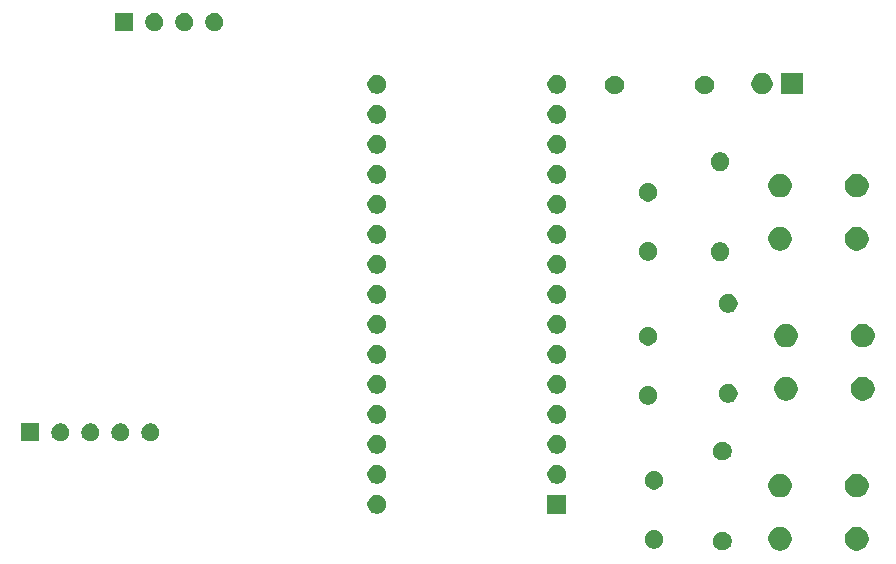
<source format=gts>
G04 #@! TF.GenerationSoftware,KiCad,Pcbnew,9.0.6*
G04 #@! TF.CreationDate,2025-12-25T14:29:32+05:30*
G04 #@! TF.ProjectId,new_first_pcb,6e65775f-6669-4727-9374-5f7063622e6b,rev?*
G04 #@! TF.SameCoordinates,Original*
G04 #@! TF.FileFunction,Soldermask,Top*
G04 #@! TF.FilePolarity,Negative*
%FSLAX46Y46*%
G04 Gerber Fmt 4.6, Leading zero omitted, Abs format (unit mm)*
G04 Created by KiCad (PCBNEW 9.0.6) date 2025-12-25 14:29:32*
%MOMM*%
%LPD*%
G01*
G04 APERTURE LIST*
G04 APERTURE END LIST*
G36*
X152182285Y-125971060D02*
G01*
X152363397Y-126046079D01*
X152526393Y-126154990D01*
X152665010Y-126293607D01*
X152773921Y-126456603D01*
X152848940Y-126637715D01*
X152887185Y-126829983D01*
X152887185Y-127026017D01*
X152848940Y-127218285D01*
X152773921Y-127399397D01*
X152665010Y-127562393D01*
X152526393Y-127701010D01*
X152363397Y-127809921D01*
X152182285Y-127884940D01*
X151990017Y-127923185D01*
X151793983Y-127923185D01*
X151601715Y-127884940D01*
X151420603Y-127809921D01*
X151257607Y-127701010D01*
X151118990Y-127562393D01*
X151010079Y-127399397D01*
X150935060Y-127218285D01*
X150896815Y-127026017D01*
X150896815Y-126829983D01*
X150935060Y-126637715D01*
X151010079Y-126456603D01*
X151118990Y-126293607D01*
X151257607Y-126154990D01*
X151420603Y-126046079D01*
X151601715Y-125971060D01*
X151793983Y-125932815D01*
X151990017Y-125932815D01*
X152182285Y-125971060D01*
G37*
G36*
X158682285Y-125971060D02*
G01*
X158863397Y-126046079D01*
X159026393Y-126154990D01*
X159165010Y-126293607D01*
X159273921Y-126456603D01*
X159348940Y-126637715D01*
X159387185Y-126829983D01*
X159387185Y-127026017D01*
X159348940Y-127218285D01*
X159273921Y-127399397D01*
X159165010Y-127562393D01*
X159026393Y-127701010D01*
X158863397Y-127809921D01*
X158682285Y-127884940D01*
X158490017Y-127923185D01*
X158293983Y-127923185D01*
X158101715Y-127884940D01*
X157920603Y-127809921D01*
X157757607Y-127701010D01*
X157618990Y-127562393D01*
X157510079Y-127399397D01*
X157435060Y-127218285D01*
X157396815Y-127026017D01*
X157396815Y-126829983D01*
X157435060Y-126637715D01*
X157510079Y-126456603D01*
X157618990Y-126293607D01*
X157757607Y-126154990D01*
X157920603Y-126046079D01*
X158101715Y-125971060D01*
X158293983Y-125932815D01*
X158490017Y-125932815D01*
X158682285Y-125971060D01*
G37*
G36*
X147232228Y-126354448D02*
G01*
X147377117Y-126414463D01*
X147507515Y-126501592D01*
X147618408Y-126612485D01*
X147705537Y-126742883D01*
X147765552Y-126887772D01*
X147796148Y-127041586D01*
X147796148Y-127198414D01*
X147765552Y-127352228D01*
X147705537Y-127497117D01*
X147618408Y-127627515D01*
X147507515Y-127738408D01*
X147377117Y-127825537D01*
X147232228Y-127885552D01*
X147078414Y-127916148D01*
X146921586Y-127916148D01*
X146767772Y-127885552D01*
X146622883Y-127825537D01*
X146492485Y-127738408D01*
X146381592Y-127627515D01*
X146294463Y-127497117D01*
X146234448Y-127352228D01*
X146203852Y-127198414D01*
X146203852Y-127041586D01*
X146234448Y-126887772D01*
X146294463Y-126742883D01*
X146381592Y-126612485D01*
X146492485Y-126501592D01*
X146622883Y-126414463D01*
X146767772Y-126354448D01*
X146921586Y-126323852D01*
X147078414Y-126323852D01*
X147232228Y-126354448D01*
G37*
G36*
X141456228Y-126194448D02*
G01*
X141601117Y-126254463D01*
X141731515Y-126341592D01*
X141842408Y-126452485D01*
X141929537Y-126582883D01*
X141989552Y-126727772D01*
X142020148Y-126881586D01*
X142020148Y-127038414D01*
X141989552Y-127192228D01*
X141929537Y-127337117D01*
X141842408Y-127467515D01*
X141731515Y-127578408D01*
X141601117Y-127665537D01*
X141456228Y-127725552D01*
X141302414Y-127756148D01*
X141145586Y-127756148D01*
X140991772Y-127725552D01*
X140846883Y-127665537D01*
X140716485Y-127578408D01*
X140605592Y-127467515D01*
X140518463Y-127337117D01*
X140458448Y-127192228D01*
X140427852Y-127038414D01*
X140427852Y-126881586D01*
X140458448Y-126727772D01*
X140518463Y-126582883D01*
X140605592Y-126452485D01*
X140716485Y-126341592D01*
X140846883Y-126254463D01*
X140991772Y-126194448D01*
X141145586Y-126163852D01*
X141302414Y-126163852D01*
X141456228Y-126194448D01*
G37*
G36*
X133800000Y-124800000D02*
G01*
X132200000Y-124800000D01*
X132200000Y-123200000D01*
X133800000Y-123200000D01*
X133800000Y-124800000D01*
G37*
G36*
X117992228Y-123234448D02*
G01*
X118137117Y-123294463D01*
X118267515Y-123381592D01*
X118378408Y-123492485D01*
X118465537Y-123622883D01*
X118525552Y-123767772D01*
X118556148Y-123921586D01*
X118556148Y-124078414D01*
X118525552Y-124232228D01*
X118465537Y-124377117D01*
X118378408Y-124507515D01*
X118267515Y-124618408D01*
X118137117Y-124705537D01*
X117992228Y-124765552D01*
X117838414Y-124796148D01*
X117681586Y-124796148D01*
X117527772Y-124765552D01*
X117382883Y-124705537D01*
X117252485Y-124618408D01*
X117141592Y-124507515D01*
X117054463Y-124377117D01*
X116994448Y-124232228D01*
X116963852Y-124078414D01*
X116963852Y-123921586D01*
X116994448Y-123767772D01*
X117054463Y-123622883D01*
X117141592Y-123492485D01*
X117252485Y-123381592D01*
X117382883Y-123294463D01*
X117527772Y-123234448D01*
X117681586Y-123203852D01*
X117838414Y-123203852D01*
X117992228Y-123234448D01*
G37*
G36*
X152182285Y-121471060D02*
G01*
X152363397Y-121546079D01*
X152526393Y-121654990D01*
X152665010Y-121793607D01*
X152773921Y-121956603D01*
X152848940Y-122137715D01*
X152887185Y-122329983D01*
X152887185Y-122526017D01*
X152848940Y-122718285D01*
X152773921Y-122899397D01*
X152665010Y-123062393D01*
X152526393Y-123201010D01*
X152363397Y-123309921D01*
X152182285Y-123384940D01*
X151990017Y-123423185D01*
X151793983Y-123423185D01*
X151601715Y-123384940D01*
X151420603Y-123309921D01*
X151257607Y-123201010D01*
X151118990Y-123062393D01*
X151010079Y-122899397D01*
X150935060Y-122718285D01*
X150896815Y-122526017D01*
X150896815Y-122329983D01*
X150935060Y-122137715D01*
X151010079Y-121956603D01*
X151118990Y-121793607D01*
X151257607Y-121654990D01*
X151420603Y-121546079D01*
X151601715Y-121471060D01*
X151793983Y-121432815D01*
X151990017Y-121432815D01*
X152182285Y-121471060D01*
G37*
G36*
X158682285Y-121471060D02*
G01*
X158863397Y-121546079D01*
X159026393Y-121654990D01*
X159165010Y-121793607D01*
X159273921Y-121956603D01*
X159348940Y-122137715D01*
X159387185Y-122329983D01*
X159387185Y-122526017D01*
X159348940Y-122718285D01*
X159273921Y-122899397D01*
X159165010Y-123062393D01*
X159026393Y-123201010D01*
X158863397Y-123309921D01*
X158682285Y-123384940D01*
X158490017Y-123423185D01*
X158293983Y-123423185D01*
X158101715Y-123384940D01*
X157920603Y-123309921D01*
X157757607Y-123201010D01*
X157618990Y-123062393D01*
X157510079Y-122899397D01*
X157435060Y-122718285D01*
X157396815Y-122526017D01*
X157396815Y-122329983D01*
X157435060Y-122137715D01*
X157510079Y-121956603D01*
X157618990Y-121793607D01*
X157757607Y-121654990D01*
X157920603Y-121546079D01*
X158101715Y-121471060D01*
X158293983Y-121432815D01*
X158490017Y-121432815D01*
X158682285Y-121471060D01*
G37*
G36*
X141456228Y-121194448D02*
G01*
X141601117Y-121254463D01*
X141731515Y-121341592D01*
X141842408Y-121452485D01*
X141929537Y-121582883D01*
X141989552Y-121727772D01*
X142020148Y-121881586D01*
X142020148Y-122038414D01*
X141989552Y-122192228D01*
X141929537Y-122337117D01*
X141842408Y-122467515D01*
X141731515Y-122578408D01*
X141601117Y-122665537D01*
X141456228Y-122725552D01*
X141302414Y-122756148D01*
X141145586Y-122756148D01*
X140991772Y-122725552D01*
X140846883Y-122665537D01*
X140716485Y-122578408D01*
X140605592Y-122467515D01*
X140518463Y-122337117D01*
X140458448Y-122192228D01*
X140427852Y-122038414D01*
X140427852Y-121881586D01*
X140458448Y-121727772D01*
X140518463Y-121582883D01*
X140605592Y-121452485D01*
X140716485Y-121341592D01*
X140846883Y-121254463D01*
X140991772Y-121194448D01*
X141145586Y-121163852D01*
X141302414Y-121163852D01*
X141456228Y-121194448D01*
G37*
G36*
X117992228Y-120694448D02*
G01*
X118137117Y-120754463D01*
X118267515Y-120841592D01*
X118378408Y-120952485D01*
X118465537Y-121082883D01*
X118525552Y-121227772D01*
X118556148Y-121381586D01*
X118556148Y-121538414D01*
X118525552Y-121692228D01*
X118465537Y-121837117D01*
X118378408Y-121967515D01*
X118267515Y-122078408D01*
X118137117Y-122165537D01*
X117992228Y-122225552D01*
X117838414Y-122256148D01*
X117681586Y-122256148D01*
X117527772Y-122225552D01*
X117382883Y-122165537D01*
X117252485Y-122078408D01*
X117141592Y-121967515D01*
X117054463Y-121837117D01*
X116994448Y-121692228D01*
X116963852Y-121538414D01*
X116963852Y-121381586D01*
X116994448Y-121227772D01*
X117054463Y-121082883D01*
X117141592Y-120952485D01*
X117252485Y-120841592D01*
X117382883Y-120754463D01*
X117527772Y-120694448D01*
X117681586Y-120663852D01*
X117838414Y-120663852D01*
X117992228Y-120694448D01*
G37*
G36*
X133232228Y-120694448D02*
G01*
X133377117Y-120754463D01*
X133507515Y-120841592D01*
X133618408Y-120952485D01*
X133705537Y-121082883D01*
X133765552Y-121227772D01*
X133796148Y-121381586D01*
X133796148Y-121538414D01*
X133765552Y-121692228D01*
X133705537Y-121837117D01*
X133618408Y-121967515D01*
X133507515Y-122078408D01*
X133377117Y-122165537D01*
X133232228Y-122225552D01*
X133078414Y-122256148D01*
X132921586Y-122256148D01*
X132767772Y-122225552D01*
X132622883Y-122165537D01*
X132492485Y-122078408D01*
X132381592Y-121967515D01*
X132294463Y-121837117D01*
X132234448Y-121692228D01*
X132203852Y-121538414D01*
X132203852Y-121381586D01*
X132234448Y-121227772D01*
X132294463Y-121082883D01*
X132381592Y-120952485D01*
X132492485Y-120841592D01*
X132622883Y-120754463D01*
X132767772Y-120694448D01*
X132921586Y-120663852D01*
X133078414Y-120663852D01*
X133232228Y-120694448D01*
G37*
G36*
X147232228Y-118734448D02*
G01*
X147377117Y-118794463D01*
X147507515Y-118881592D01*
X147618408Y-118992485D01*
X147705537Y-119122883D01*
X147765552Y-119267772D01*
X147796148Y-119421586D01*
X147796148Y-119578414D01*
X147765552Y-119732228D01*
X147705537Y-119877117D01*
X147618408Y-120007515D01*
X147507515Y-120118408D01*
X147377117Y-120205537D01*
X147232228Y-120265552D01*
X147078414Y-120296148D01*
X146921586Y-120296148D01*
X146767772Y-120265552D01*
X146622883Y-120205537D01*
X146492485Y-120118408D01*
X146381592Y-120007515D01*
X146294463Y-119877117D01*
X146234448Y-119732228D01*
X146203852Y-119578414D01*
X146203852Y-119421586D01*
X146234448Y-119267772D01*
X146294463Y-119122883D01*
X146381592Y-118992485D01*
X146492485Y-118881592D01*
X146622883Y-118794463D01*
X146767772Y-118734448D01*
X146921586Y-118703852D01*
X147078414Y-118703852D01*
X147232228Y-118734448D01*
G37*
G36*
X117992228Y-118154448D02*
G01*
X118137117Y-118214463D01*
X118267515Y-118301592D01*
X118378408Y-118412485D01*
X118465537Y-118542883D01*
X118525552Y-118687772D01*
X118556148Y-118841586D01*
X118556148Y-118998414D01*
X118525552Y-119152228D01*
X118465537Y-119297117D01*
X118378408Y-119427515D01*
X118267515Y-119538408D01*
X118137117Y-119625537D01*
X117992228Y-119685552D01*
X117838414Y-119716148D01*
X117681586Y-119716148D01*
X117527772Y-119685552D01*
X117382883Y-119625537D01*
X117252485Y-119538408D01*
X117141592Y-119427515D01*
X117054463Y-119297117D01*
X116994448Y-119152228D01*
X116963852Y-118998414D01*
X116963852Y-118841586D01*
X116994448Y-118687772D01*
X117054463Y-118542883D01*
X117141592Y-118412485D01*
X117252485Y-118301592D01*
X117382883Y-118214463D01*
X117527772Y-118154448D01*
X117681586Y-118123852D01*
X117838414Y-118123852D01*
X117992228Y-118154448D01*
G37*
G36*
X133232228Y-118154448D02*
G01*
X133377117Y-118214463D01*
X133507515Y-118301592D01*
X133618408Y-118412485D01*
X133705537Y-118542883D01*
X133765552Y-118687772D01*
X133796148Y-118841586D01*
X133796148Y-118998414D01*
X133765552Y-119152228D01*
X133705537Y-119297117D01*
X133618408Y-119427515D01*
X133507515Y-119538408D01*
X133377117Y-119625537D01*
X133232228Y-119685552D01*
X133078414Y-119716148D01*
X132921586Y-119716148D01*
X132767772Y-119685552D01*
X132622883Y-119625537D01*
X132492485Y-119538408D01*
X132381592Y-119427515D01*
X132294463Y-119297117D01*
X132234448Y-119152228D01*
X132203852Y-118998414D01*
X132203852Y-118841586D01*
X132234448Y-118687772D01*
X132294463Y-118542883D01*
X132381592Y-118412485D01*
X132492485Y-118301592D01*
X132622883Y-118214463D01*
X132767772Y-118154448D01*
X132921586Y-118123852D01*
X133078414Y-118123852D01*
X133232228Y-118154448D01*
G37*
G36*
X89182000Y-118682000D02*
G01*
X87658000Y-118682000D01*
X87658000Y-117158000D01*
X89182000Y-117158000D01*
X89182000Y-118682000D01*
G37*
G36*
X91181197Y-117190811D02*
G01*
X91319204Y-117247976D01*
X91443408Y-117330966D01*
X91549034Y-117436592D01*
X91632024Y-117560796D01*
X91689189Y-117698803D01*
X91718331Y-117845311D01*
X91718331Y-117994689D01*
X91689189Y-118141197D01*
X91632024Y-118279204D01*
X91549034Y-118403408D01*
X91443408Y-118509034D01*
X91319204Y-118592024D01*
X91181197Y-118649189D01*
X91034689Y-118678331D01*
X90885311Y-118678331D01*
X90738803Y-118649189D01*
X90600796Y-118592024D01*
X90476592Y-118509034D01*
X90370966Y-118403408D01*
X90287976Y-118279204D01*
X90230811Y-118141197D01*
X90201669Y-117994689D01*
X90201669Y-117845311D01*
X90230811Y-117698803D01*
X90287976Y-117560796D01*
X90370966Y-117436592D01*
X90476592Y-117330966D01*
X90600796Y-117247976D01*
X90738803Y-117190811D01*
X90885311Y-117161669D01*
X91034689Y-117161669D01*
X91181197Y-117190811D01*
G37*
G36*
X93721197Y-117190811D02*
G01*
X93859204Y-117247976D01*
X93983408Y-117330966D01*
X94089034Y-117436592D01*
X94172024Y-117560796D01*
X94229189Y-117698803D01*
X94258331Y-117845311D01*
X94258331Y-117994689D01*
X94229189Y-118141197D01*
X94172024Y-118279204D01*
X94089034Y-118403408D01*
X93983408Y-118509034D01*
X93859204Y-118592024D01*
X93721197Y-118649189D01*
X93574689Y-118678331D01*
X93425311Y-118678331D01*
X93278803Y-118649189D01*
X93140796Y-118592024D01*
X93016592Y-118509034D01*
X92910966Y-118403408D01*
X92827976Y-118279204D01*
X92770811Y-118141197D01*
X92741669Y-117994689D01*
X92741669Y-117845311D01*
X92770811Y-117698803D01*
X92827976Y-117560796D01*
X92910966Y-117436592D01*
X93016592Y-117330966D01*
X93140796Y-117247976D01*
X93278803Y-117190811D01*
X93425311Y-117161669D01*
X93574689Y-117161669D01*
X93721197Y-117190811D01*
G37*
G36*
X96261197Y-117190811D02*
G01*
X96399204Y-117247976D01*
X96523408Y-117330966D01*
X96629034Y-117436592D01*
X96712024Y-117560796D01*
X96769189Y-117698803D01*
X96798331Y-117845311D01*
X96798331Y-117994689D01*
X96769189Y-118141197D01*
X96712024Y-118279204D01*
X96629034Y-118403408D01*
X96523408Y-118509034D01*
X96399204Y-118592024D01*
X96261197Y-118649189D01*
X96114689Y-118678331D01*
X95965311Y-118678331D01*
X95818803Y-118649189D01*
X95680796Y-118592024D01*
X95556592Y-118509034D01*
X95450966Y-118403408D01*
X95367976Y-118279204D01*
X95310811Y-118141197D01*
X95281669Y-117994689D01*
X95281669Y-117845311D01*
X95310811Y-117698803D01*
X95367976Y-117560796D01*
X95450966Y-117436592D01*
X95556592Y-117330966D01*
X95680796Y-117247976D01*
X95818803Y-117190811D01*
X95965311Y-117161669D01*
X96114689Y-117161669D01*
X96261197Y-117190811D01*
G37*
G36*
X98801197Y-117190811D02*
G01*
X98939204Y-117247976D01*
X99063408Y-117330966D01*
X99169034Y-117436592D01*
X99252024Y-117560796D01*
X99309189Y-117698803D01*
X99338331Y-117845311D01*
X99338331Y-117994689D01*
X99309189Y-118141197D01*
X99252024Y-118279204D01*
X99169034Y-118403408D01*
X99063408Y-118509034D01*
X98939204Y-118592024D01*
X98801197Y-118649189D01*
X98654689Y-118678331D01*
X98505311Y-118678331D01*
X98358803Y-118649189D01*
X98220796Y-118592024D01*
X98096592Y-118509034D01*
X97990966Y-118403408D01*
X97907976Y-118279204D01*
X97850811Y-118141197D01*
X97821669Y-117994689D01*
X97821669Y-117845311D01*
X97850811Y-117698803D01*
X97907976Y-117560796D01*
X97990966Y-117436592D01*
X98096592Y-117330966D01*
X98220796Y-117247976D01*
X98358803Y-117190811D01*
X98505311Y-117161669D01*
X98654689Y-117161669D01*
X98801197Y-117190811D01*
G37*
G36*
X117992228Y-115614448D02*
G01*
X118137117Y-115674463D01*
X118267515Y-115761592D01*
X118378408Y-115872485D01*
X118465537Y-116002883D01*
X118525552Y-116147772D01*
X118556148Y-116301586D01*
X118556148Y-116458414D01*
X118525552Y-116612228D01*
X118465537Y-116757117D01*
X118378408Y-116887515D01*
X118267515Y-116998408D01*
X118137117Y-117085537D01*
X117992228Y-117145552D01*
X117838414Y-117176148D01*
X117681586Y-117176148D01*
X117527772Y-117145552D01*
X117382883Y-117085537D01*
X117252485Y-116998408D01*
X117141592Y-116887515D01*
X117054463Y-116757117D01*
X116994448Y-116612228D01*
X116963852Y-116458414D01*
X116963852Y-116301586D01*
X116994448Y-116147772D01*
X117054463Y-116002883D01*
X117141592Y-115872485D01*
X117252485Y-115761592D01*
X117382883Y-115674463D01*
X117527772Y-115614448D01*
X117681586Y-115583852D01*
X117838414Y-115583852D01*
X117992228Y-115614448D01*
G37*
G36*
X133232228Y-115614448D02*
G01*
X133377117Y-115674463D01*
X133507515Y-115761592D01*
X133618408Y-115872485D01*
X133705537Y-116002883D01*
X133765552Y-116147772D01*
X133796148Y-116301586D01*
X133796148Y-116458414D01*
X133765552Y-116612228D01*
X133705537Y-116757117D01*
X133618408Y-116887515D01*
X133507515Y-116998408D01*
X133377117Y-117085537D01*
X133232228Y-117145552D01*
X133078414Y-117176148D01*
X132921586Y-117176148D01*
X132767772Y-117145552D01*
X132622883Y-117085537D01*
X132492485Y-116998408D01*
X132381592Y-116887515D01*
X132294463Y-116757117D01*
X132234448Y-116612228D01*
X132203852Y-116458414D01*
X132203852Y-116301586D01*
X132234448Y-116147772D01*
X132294463Y-116002883D01*
X132381592Y-115872485D01*
X132492485Y-115761592D01*
X132622883Y-115674463D01*
X132767772Y-115614448D01*
X132921586Y-115583852D01*
X133078414Y-115583852D01*
X133232228Y-115614448D01*
G37*
G36*
X140948228Y-114002448D02*
G01*
X141093117Y-114062463D01*
X141223515Y-114149592D01*
X141334408Y-114260485D01*
X141421537Y-114390883D01*
X141481552Y-114535772D01*
X141512148Y-114689586D01*
X141512148Y-114846414D01*
X141481552Y-115000228D01*
X141421537Y-115145117D01*
X141334408Y-115275515D01*
X141223515Y-115386408D01*
X141093117Y-115473537D01*
X140948228Y-115533552D01*
X140794414Y-115564148D01*
X140637586Y-115564148D01*
X140483772Y-115533552D01*
X140338883Y-115473537D01*
X140208485Y-115386408D01*
X140097592Y-115275515D01*
X140010463Y-115145117D01*
X139950448Y-115000228D01*
X139919852Y-114846414D01*
X139919852Y-114689586D01*
X139950448Y-114535772D01*
X140010463Y-114390883D01*
X140097592Y-114260485D01*
X140208485Y-114149592D01*
X140338883Y-114062463D01*
X140483772Y-114002448D01*
X140637586Y-113971852D01*
X140794414Y-113971852D01*
X140948228Y-114002448D01*
G37*
G36*
X147732228Y-113854448D02*
G01*
X147877117Y-113914463D01*
X148007515Y-114001592D01*
X148118408Y-114112485D01*
X148205537Y-114242883D01*
X148265552Y-114387772D01*
X148296148Y-114541586D01*
X148296148Y-114698414D01*
X148265552Y-114852228D01*
X148205537Y-114997117D01*
X148118408Y-115127515D01*
X148007515Y-115238408D01*
X147877117Y-115325537D01*
X147732228Y-115385552D01*
X147578414Y-115416148D01*
X147421586Y-115416148D01*
X147267772Y-115385552D01*
X147122883Y-115325537D01*
X146992485Y-115238408D01*
X146881592Y-115127515D01*
X146794463Y-114997117D01*
X146734448Y-114852228D01*
X146703852Y-114698414D01*
X146703852Y-114541586D01*
X146734448Y-114387772D01*
X146794463Y-114242883D01*
X146881592Y-114112485D01*
X146992485Y-114001592D01*
X147122883Y-113914463D01*
X147267772Y-113854448D01*
X147421586Y-113823852D01*
X147578414Y-113823852D01*
X147732228Y-113854448D01*
G37*
G36*
X152690285Y-113271060D02*
G01*
X152871397Y-113346079D01*
X153034393Y-113454990D01*
X153173010Y-113593607D01*
X153281921Y-113756603D01*
X153356940Y-113937715D01*
X153395185Y-114129983D01*
X153395185Y-114326017D01*
X153356940Y-114518285D01*
X153281921Y-114699397D01*
X153173010Y-114862393D01*
X153034393Y-115001010D01*
X152871397Y-115109921D01*
X152690285Y-115184940D01*
X152498017Y-115223185D01*
X152301983Y-115223185D01*
X152109715Y-115184940D01*
X151928603Y-115109921D01*
X151765607Y-115001010D01*
X151626990Y-114862393D01*
X151518079Y-114699397D01*
X151443060Y-114518285D01*
X151404815Y-114326017D01*
X151404815Y-114129983D01*
X151443060Y-113937715D01*
X151518079Y-113756603D01*
X151626990Y-113593607D01*
X151765607Y-113454990D01*
X151928603Y-113346079D01*
X152109715Y-113271060D01*
X152301983Y-113232815D01*
X152498017Y-113232815D01*
X152690285Y-113271060D01*
G37*
G36*
X159190285Y-113271060D02*
G01*
X159371397Y-113346079D01*
X159534393Y-113454990D01*
X159673010Y-113593607D01*
X159781921Y-113756603D01*
X159856940Y-113937715D01*
X159895185Y-114129983D01*
X159895185Y-114326017D01*
X159856940Y-114518285D01*
X159781921Y-114699397D01*
X159673010Y-114862393D01*
X159534393Y-115001010D01*
X159371397Y-115109921D01*
X159190285Y-115184940D01*
X158998017Y-115223185D01*
X158801983Y-115223185D01*
X158609715Y-115184940D01*
X158428603Y-115109921D01*
X158265607Y-115001010D01*
X158126990Y-114862393D01*
X158018079Y-114699397D01*
X157943060Y-114518285D01*
X157904815Y-114326017D01*
X157904815Y-114129983D01*
X157943060Y-113937715D01*
X158018079Y-113756603D01*
X158126990Y-113593607D01*
X158265607Y-113454990D01*
X158428603Y-113346079D01*
X158609715Y-113271060D01*
X158801983Y-113232815D01*
X158998017Y-113232815D01*
X159190285Y-113271060D01*
G37*
G36*
X117992228Y-113074448D02*
G01*
X118137117Y-113134463D01*
X118267515Y-113221592D01*
X118378408Y-113332485D01*
X118465537Y-113462883D01*
X118525552Y-113607772D01*
X118556148Y-113761586D01*
X118556148Y-113918414D01*
X118525552Y-114072228D01*
X118465537Y-114217117D01*
X118378408Y-114347515D01*
X118267515Y-114458408D01*
X118137117Y-114545537D01*
X117992228Y-114605552D01*
X117838414Y-114636148D01*
X117681586Y-114636148D01*
X117527772Y-114605552D01*
X117382883Y-114545537D01*
X117252485Y-114458408D01*
X117141592Y-114347515D01*
X117054463Y-114217117D01*
X116994448Y-114072228D01*
X116963852Y-113918414D01*
X116963852Y-113761586D01*
X116994448Y-113607772D01*
X117054463Y-113462883D01*
X117141592Y-113332485D01*
X117252485Y-113221592D01*
X117382883Y-113134463D01*
X117527772Y-113074448D01*
X117681586Y-113043852D01*
X117838414Y-113043852D01*
X117992228Y-113074448D01*
G37*
G36*
X133232228Y-113074448D02*
G01*
X133377117Y-113134463D01*
X133507515Y-113221592D01*
X133618408Y-113332485D01*
X133705537Y-113462883D01*
X133765552Y-113607772D01*
X133796148Y-113761586D01*
X133796148Y-113918414D01*
X133765552Y-114072228D01*
X133705537Y-114217117D01*
X133618408Y-114347515D01*
X133507515Y-114458408D01*
X133377117Y-114545537D01*
X133232228Y-114605552D01*
X133078414Y-114636148D01*
X132921586Y-114636148D01*
X132767772Y-114605552D01*
X132622883Y-114545537D01*
X132492485Y-114458408D01*
X132381592Y-114347515D01*
X132294463Y-114217117D01*
X132234448Y-114072228D01*
X132203852Y-113918414D01*
X132203852Y-113761586D01*
X132234448Y-113607772D01*
X132294463Y-113462883D01*
X132381592Y-113332485D01*
X132492485Y-113221592D01*
X132622883Y-113134463D01*
X132767772Y-113074448D01*
X132921586Y-113043852D01*
X133078414Y-113043852D01*
X133232228Y-113074448D01*
G37*
G36*
X117992228Y-110534448D02*
G01*
X118137117Y-110594463D01*
X118267515Y-110681592D01*
X118378408Y-110792485D01*
X118465537Y-110922883D01*
X118525552Y-111067772D01*
X118556148Y-111221586D01*
X118556148Y-111378414D01*
X118525552Y-111532228D01*
X118465537Y-111677117D01*
X118378408Y-111807515D01*
X118267515Y-111918408D01*
X118137117Y-112005537D01*
X117992228Y-112065552D01*
X117838414Y-112096148D01*
X117681586Y-112096148D01*
X117527772Y-112065552D01*
X117382883Y-112005537D01*
X117252485Y-111918408D01*
X117141592Y-111807515D01*
X117054463Y-111677117D01*
X116994448Y-111532228D01*
X116963852Y-111378414D01*
X116963852Y-111221586D01*
X116994448Y-111067772D01*
X117054463Y-110922883D01*
X117141592Y-110792485D01*
X117252485Y-110681592D01*
X117382883Y-110594463D01*
X117527772Y-110534448D01*
X117681586Y-110503852D01*
X117838414Y-110503852D01*
X117992228Y-110534448D01*
G37*
G36*
X133232228Y-110534448D02*
G01*
X133377117Y-110594463D01*
X133507515Y-110681592D01*
X133618408Y-110792485D01*
X133705537Y-110922883D01*
X133765552Y-111067772D01*
X133796148Y-111221586D01*
X133796148Y-111378414D01*
X133765552Y-111532228D01*
X133705537Y-111677117D01*
X133618408Y-111807515D01*
X133507515Y-111918408D01*
X133377117Y-112005537D01*
X133232228Y-112065552D01*
X133078414Y-112096148D01*
X132921586Y-112096148D01*
X132767772Y-112065552D01*
X132622883Y-112005537D01*
X132492485Y-111918408D01*
X132381592Y-111807515D01*
X132294463Y-111677117D01*
X132234448Y-111532228D01*
X132203852Y-111378414D01*
X132203852Y-111221586D01*
X132234448Y-111067772D01*
X132294463Y-110922883D01*
X132381592Y-110792485D01*
X132492485Y-110681592D01*
X132622883Y-110594463D01*
X132767772Y-110534448D01*
X132921586Y-110503852D01*
X133078414Y-110503852D01*
X133232228Y-110534448D01*
G37*
G36*
X152690285Y-108771060D02*
G01*
X152871397Y-108846079D01*
X153034393Y-108954990D01*
X153173010Y-109093607D01*
X153281921Y-109256603D01*
X153356940Y-109437715D01*
X153395185Y-109629983D01*
X153395185Y-109826017D01*
X153356940Y-110018285D01*
X153281921Y-110199397D01*
X153173010Y-110362393D01*
X153034393Y-110501010D01*
X152871397Y-110609921D01*
X152690285Y-110684940D01*
X152498017Y-110723185D01*
X152301983Y-110723185D01*
X152109715Y-110684940D01*
X151928603Y-110609921D01*
X151765607Y-110501010D01*
X151626990Y-110362393D01*
X151518079Y-110199397D01*
X151443060Y-110018285D01*
X151404815Y-109826017D01*
X151404815Y-109629983D01*
X151443060Y-109437715D01*
X151518079Y-109256603D01*
X151626990Y-109093607D01*
X151765607Y-108954990D01*
X151928603Y-108846079D01*
X152109715Y-108771060D01*
X152301983Y-108732815D01*
X152498017Y-108732815D01*
X152690285Y-108771060D01*
G37*
G36*
X159190285Y-108771060D02*
G01*
X159371397Y-108846079D01*
X159534393Y-108954990D01*
X159673010Y-109093607D01*
X159781921Y-109256603D01*
X159856940Y-109437715D01*
X159895185Y-109629983D01*
X159895185Y-109826017D01*
X159856940Y-110018285D01*
X159781921Y-110199397D01*
X159673010Y-110362393D01*
X159534393Y-110501010D01*
X159371397Y-110609921D01*
X159190285Y-110684940D01*
X158998017Y-110723185D01*
X158801983Y-110723185D01*
X158609715Y-110684940D01*
X158428603Y-110609921D01*
X158265607Y-110501010D01*
X158126990Y-110362393D01*
X158018079Y-110199397D01*
X157943060Y-110018285D01*
X157904815Y-109826017D01*
X157904815Y-109629983D01*
X157943060Y-109437715D01*
X158018079Y-109256603D01*
X158126990Y-109093607D01*
X158265607Y-108954990D01*
X158428603Y-108846079D01*
X158609715Y-108771060D01*
X158801983Y-108732815D01*
X158998017Y-108732815D01*
X159190285Y-108771060D01*
G37*
G36*
X140948228Y-109002448D02*
G01*
X141093117Y-109062463D01*
X141223515Y-109149592D01*
X141334408Y-109260485D01*
X141421537Y-109390883D01*
X141481552Y-109535772D01*
X141512148Y-109689586D01*
X141512148Y-109846414D01*
X141481552Y-110000228D01*
X141421537Y-110145117D01*
X141334408Y-110275515D01*
X141223515Y-110386408D01*
X141093117Y-110473537D01*
X140948228Y-110533552D01*
X140794414Y-110564148D01*
X140637586Y-110564148D01*
X140483772Y-110533552D01*
X140338883Y-110473537D01*
X140208485Y-110386408D01*
X140097592Y-110275515D01*
X140010463Y-110145117D01*
X139950448Y-110000228D01*
X139919852Y-109846414D01*
X139919852Y-109689586D01*
X139950448Y-109535772D01*
X140010463Y-109390883D01*
X140097592Y-109260485D01*
X140208485Y-109149592D01*
X140338883Y-109062463D01*
X140483772Y-109002448D01*
X140637586Y-108971852D01*
X140794414Y-108971852D01*
X140948228Y-109002448D01*
G37*
G36*
X117992228Y-107994448D02*
G01*
X118137117Y-108054463D01*
X118267515Y-108141592D01*
X118378408Y-108252485D01*
X118465537Y-108382883D01*
X118525552Y-108527772D01*
X118556148Y-108681586D01*
X118556148Y-108838414D01*
X118525552Y-108992228D01*
X118465537Y-109137117D01*
X118378408Y-109267515D01*
X118267515Y-109378408D01*
X118137117Y-109465537D01*
X117992228Y-109525552D01*
X117838414Y-109556148D01*
X117681586Y-109556148D01*
X117527772Y-109525552D01*
X117382883Y-109465537D01*
X117252485Y-109378408D01*
X117141592Y-109267515D01*
X117054463Y-109137117D01*
X116994448Y-108992228D01*
X116963852Y-108838414D01*
X116963852Y-108681586D01*
X116994448Y-108527772D01*
X117054463Y-108382883D01*
X117141592Y-108252485D01*
X117252485Y-108141592D01*
X117382883Y-108054463D01*
X117527772Y-107994448D01*
X117681586Y-107963852D01*
X117838414Y-107963852D01*
X117992228Y-107994448D01*
G37*
G36*
X133232228Y-107994448D02*
G01*
X133377117Y-108054463D01*
X133507515Y-108141592D01*
X133618408Y-108252485D01*
X133705537Y-108382883D01*
X133765552Y-108527772D01*
X133796148Y-108681586D01*
X133796148Y-108838414D01*
X133765552Y-108992228D01*
X133705537Y-109137117D01*
X133618408Y-109267515D01*
X133507515Y-109378408D01*
X133377117Y-109465537D01*
X133232228Y-109525552D01*
X133078414Y-109556148D01*
X132921586Y-109556148D01*
X132767772Y-109525552D01*
X132622883Y-109465537D01*
X132492485Y-109378408D01*
X132381592Y-109267515D01*
X132294463Y-109137117D01*
X132234448Y-108992228D01*
X132203852Y-108838414D01*
X132203852Y-108681586D01*
X132234448Y-108527772D01*
X132294463Y-108382883D01*
X132381592Y-108252485D01*
X132492485Y-108141592D01*
X132622883Y-108054463D01*
X132767772Y-107994448D01*
X132921586Y-107963852D01*
X133078414Y-107963852D01*
X133232228Y-107994448D01*
G37*
G36*
X147732228Y-106234448D02*
G01*
X147877117Y-106294463D01*
X148007515Y-106381592D01*
X148118408Y-106492485D01*
X148205537Y-106622883D01*
X148265552Y-106767772D01*
X148296148Y-106921586D01*
X148296148Y-107078414D01*
X148265552Y-107232228D01*
X148205537Y-107377117D01*
X148118408Y-107507515D01*
X148007515Y-107618408D01*
X147877117Y-107705537D01*
X147732228Y-107765552D01*
X147578414Y-107796148D01*
X147421586Y-107796148D01*
X147267772Y-107765552D01*
X147122883Y-107705537D01*
X146992485Y-107618408D01*
X146881592Y-107507515D01*
X146794463Y-107377117D01*
X146734448Y-107232228D01*
X146703852Y-107078414D01*
X146703852Y-106921586D01*
X146734448Y-106767772D01*
X146794463Y-106622883D01*
X146881592Y-106492485D01*
X146992485Y-106381592D01*
X147122883Y-106294463D01*
X147267772Y-106234448D01*
X147421586Y-106203852D01*
X147578414Y-106203852D01*
X147732228Y-106234448D01*
G37*
G36*
X117992228Y-105454448D02*
G01*
X118137117Y-105514463D01*
X118267515Y-105601592D01*
X118378408Y-105712485D01*
X118465537Y-105842883D01*
X118525552Y-105987772D01*
X118556148Y-106141586D01*
X118556148Y-106298414D01*
X118525552Y-106452228D01*
X118465537Y-106597117D01*
X118378408Y-106727515D01*
X118267515Y-106838408D01*
X118137117Y-106925537D01*
X117992228Y-106985552D01*
X117838414Y-107016148D01*
X117681586Y-107016148D01*
X117527772Y-106985552D01*
X117382883Y-106925537D01*
X117252485Y-106838408D01*
X117141592Y-106727515D01*
X117054463Y-106597117D01*
X116994448Y-106452228D01*
X116963852Y-106298414D01*
X116963852Y-106141586D01*
X116994448Y-105987772D01*
X117054463Y-105842883D01*
X117141592Y-105712485D01*
X117252485Y-105601592D01*
X117382883Y-105514463D01*
X117527772Y-105454448D01*
X117681586Y-105423852D01*
X117838414Y-105423852D01*
X117992228Y-105454448D01*
G37*
G36*
X133232228Y-105454448D02*
G01*
X133377117Y-105514463D01*
X133507515Y-105601592D01*
X133618408Y-105712485D01*
X133705537Y-105842883D01*
X133765552Y-105987772D01*
X133796148Y-106141586D01*
X133796148Y-106298414D01*
X133765552Y-106452228D01*
X133705537Y-106597117D01*
X133618408Y-106727515D01*
X133507515Y-106838408D01*
X133377117Y-106925537D01*
X133232228Y-106985552D01*
X133078414Y-107016148D01*
X132921586Y-107016148D01*
X132767772Y-106985552D01*
X132622883Y-106925537D01*
X132492485Y-106838408D01*
X132381592Y-106727515D01*
X132294463Y-106597117D01*
X132234448Y-106452228D01*
X132203852Y-106298414D01*
X132203852Y-106141586D01*
X132234448Y-105987772D01*
X132294463Y-105842883D01*
X132381592Y-105712485D01*
X132492485Y-105601592D01*
X132622883Y-105514463D01*
X132767772Y-105454448D01*
X132921586Y-105423852D01*
X133078414Y-105423852D01*
X133232228Y-105454448D01*
G37*
G36*
X117992228Y-102914448D02*
G01*
X118137117Y-102974463D01*
X118267515Y-103061592D01*
X118378408Y-103172485D01*
X118465537Y-103302883D01*
X118525552Y-103447772D01*
X118556148Y-103601586D01*
X118556148Y-103758414D01*
X118525552Y-103912228D01*
X118465537Y-104057117D01*
X118378408Y-104187515D01*
X118267515Y-104298408D01*
X118137117Y-104385537D01*
X117992228Y-104445552D01*
X117838414Y-104476148D01*
X117681586Y-104476148D01*
X117527772Y-104445552D01*
X117382883Y-104385537D01*
X117252485Y-104298408D01*
X117141592Y-104187515D01*
X117054463Y-104057117D01*
X116994448Y-103912228D01*
X116963852Y-103758414D01*
X116963852Y-103601586D01*
X116994448Y-103447772D01*
X117054463Y-103302883D01*
X117141592Y-103172485D01*
X117252485Y-103061592D01*
X117382883Y-102974463D01*
X117527772Y-102914448D01*
X117681586Y-102883852D01*
X117838414Y-102883852D01*
X117992228Y-102914448D01*
G37*
G36*
X133232228Y-102914448D02*
G01*
X133377117Y-102974463D01*
X133507515Y-103061592D01*
X133618408Y-103172485D01*
X133705537Y-103302883D01*
X133765552Y-103447772D01*
X133796148Y-103601586D01*
X133796148Y-103758414D01*
X133765552Y-103912228D01*
X133705537Y-104057117D01*
X133618408Y-104187515D01*
X133507515Y-104298408D01*
X133377117Y-104385537D01*
X133232228Y-104445552D01*
X133078414Y-104476148D01*
X132921586Y-104476148D01*
X132767772Y-104445552D01*
X132622883Y-104385537D01*
X132492485Y-104298408D01*
X132381592Y-104187515D01*
X132294463Y-104057117D01*
X132234448Y-103912228D01*
X132203852Y-103758414D01*
X132203852Y-103601586D01*
X132234448Y-103447772D01*
X132294463Y-103302883D01*
X132381592Y-103172485D01*
X132492485Y-103061592D01*
X132622883Y-102974463D01*
X132767772Y-102914448D01*
X132921586Y-102883852D01*
X133078414Y-102883852D01*
X133232228Y-102914448D01*
G37*
G36*
X147044228Y-101850448D02*
G01*
X147189117Y-101910463D01*
X147319515Y-101997592D01*
X147430408Y-102108485D01*
X147517537Y-102238883D01*
X147577552Y-102383772D01*
X147608148Y-102537586D01*
X147608148Y-102694414D01*
X147577552Y-102848228D01*
X147517537Y-102993117D01*
X147430408Y-103123515D01*
X147319515Y-103234408D01*
X147189117Y-103321537D01*
X147044228Y-103381552D01*
X146890414Y-103412148D01*
X146733586Y-103412148D01*
X146579772Y-103381552D01*
X146434883Y-103321537D01*
X146304485Y-103234408D01*
X146193592Y-103123515D01*
X146106463Y-102993117D01*
X146046448Y-102848228D01*
X146015852Y-102694414D01*
X146015852Y-102537586D01*
X146046448Y-102383772D01*
X146106463Y-102238883D01*
X146193592Y-102108485D01*
X146304485Y-101997592D01*
X146434883Y-101910463D01*
X146579772Y-101850448D01*
X146733586Y-101819852D01*
X146890414Y-101819852D01*
X147044228Y-101850448D01*
G37*
G36*
X140948228Y-101810448D02*
G01*
X141093117Y-101870463D01*
X141223515Y-101957592D01*
X141334408Y-102068485D01*
X141421537Y-102198883D01*
X141481552Y-102343772D01*
X141512148Y-102497586D01*
X141512148Y-102654414D01*
X141481552Y-102808228D01*
X141421537Y-102953117D01*
X141334408Y-103083515D01*
X141223515Y-103194408D01*
X141093117Y-103281537D01*
X140948228Y-103341552D01*
X140794414Y-103372148D01*
X140637586Y-103372148D01*
X140483772Y-103341552D01*
X140338883Y-103281537D01*
X140208485Y-103194408D01*
X140097592Y-103083515D01*
X140010463Y-102953117D01*
X139950448Y-102808228D01*
X139919852Y-102654414D01*
X139919852Y-102497586D01*
X139950448Y-102343772D01*
X140010463Y-102198883D01*
X140097592Y-102068485D01*
X140208485Y-101957592D01*
X140338883Y-101870463D01*
X140483772Y-101810448D01*
X140637586Y-101779852D01*
X140794414Y-101779852D01*
X140948228Y-101810448D01*
G37*
G36*
X152182285Y-100571060D02*
G01*
X152363397Y-100646079D01*
X152526393Y-100754990D01*
X152665010Y-100893607D01*
X152773921Y-101056603D01*
X152848940Y-101237715D01*
X152887185Y-101429983D01*
X152887185Y-101626017D01*
X152848940Y-101818285D01*
X152773921Y-101999397D01*
X152665010Y-102162393D01*
X152526393Y-102301010D01*
X152363397Y-102409921D01*
X152182285Y-102484940D01*
X151990017Y-102523185D01*
X151793983Y-102523185D01*
X151601715Y-102484940D01*
X151420603Y-102409921D01*
X151257607Y-102301010D01*
X151118990Y-102162393D01*
X151010079Y-101999397D01*
X150935060Y-101818285D01*
X150896815Y-101626017D01*
X150896815Y-101429983D01*
X150935060Y-101237715D01*
X151010079Y-101056603D01*
X151118990Y-100893607D01*
X151257607Y-100754990D01*
X151420603Y-100646079D01*
X151601715Y-100571060D01*
X151793983Y-100532815D01*
X151990017Y-100532815D01*
X152182285Y-100571060D01*
G37*
G36*
X158682285Y-100571060D02*
G01*
X158863397Y-100646079D01*
X159026393Y-100754990D01*
X159165010Y-100893607D01*
X159273921Y-101056603D01*
X159348940Y-101237715D01*
X159387185Y-101429983D01*
X159387185Y-101626017D01*
X159348940Y-101818285D01*
X159273921Y-101999397D01*
X159165010Y-102162393D01*
X159026393Y-102301010D01*
X158863397Y-102409921D01*
X158682285Y-102484940D01*
X158490017Y-102523185D01*
X158293983Y-102523185D01*
X158101715Y-102484940D01*
X157920603Y-102409921D01*
X157757607Y-102301010D01*
X157618990Y-102162393D01*
X157510079Y-101999397D01*
X157435060Y-101818285D01*
X157396815Y-101626017D01*
X157396815Y-101429983D01*
X157435060Y-101237715D01*
X157510079Y-101056603D01*
X157618990Y-100893607D01*
X157757607Y-100754990D01*
X157920603Y-100646079D01*
X158101715Y-100571060D01*
X158293983Y-100532815D01*
X158490017Y-100532815D01*
X158682285Y-100571060D01*
G37*
G36*
X117992228Y-100374448D02*
G01*
X118137117Y-100434463D01*
X118267515Y-100521592D01*
X118378408Y-100632485D01*
X118465537Y-100762883D01*
X118525552Y-100907772D01*
X118556148Y-101061586D01*
X118556148Y-101218414D01*
X118525552Y-101372228D01*
X118465537Y-101517117D01*
X118378408Y-101647515D01*
X118267515Y-101758408D01*
X118137117Y-101845537D01*
X117992228Y-101905552D01*
X117838414Y-101936148D01*
X117681586Y-101936148D01*
X117527772Y-101905552D01*
X117382883Y-101845537D01*
X117252485Y-101758408D01*
X117141592Y-101647515D01*
X117054463Y-101517117D01*
X116994448Y-101372228D01*
X116963852Y-101218414D01*
X116963852Y-101061586D01*
X116994448Y-100907772D01*
X117054463Y-100762883D01*
X117141592Y-100632485D01*
X117252485Y-100521592D01*
X117382883Y-100434463D01*
X117527772Y-100374448D01*
X117681586Y-100343852D01*
X117838414Y-100343852D01*
X117992228Y-100374448D01*
G37*
G36*
X133232228Y-100374448D02*
G01*
X133377117Y-100434463D01*
X133507515Y-100521592D01*
X133618408Y-100632485D01*
X133705537Y-100762883D01*
X133765552Y-100907772D01*
X133796148Y-101061586D01*
X133796148Y-101218414D01*
X133765552Y-101372228D01*
X133705537Y-101517117D01*
X133618408Y-101647515D01*
X133507515Y-101758408D01*
X133377117Y-101845537D01*
X133232228Y-101905552D01*
X133078414Y-101936148D01*
X132921586Y-101936148D01*
X132767772Y-101905552D01*
X132622883Y-101845537D01*
X132492485Y-101758408D01*
X132381592Y-101647515D01*
X132294463Y-101517117D01*
X132234448Y-101372228D01*
X132203852Y-101218414D01*
X132203852Y-101061586D01*
X132234448Y-100907772D01*
X132294463Y-100762883D01*
X132381592Y-100632485D01*
X132492485Y-100521592D01*
X132622883Y-100434463D01*
X132767772Y-100374448D01*
X132921586Y-100343852D01*
X133078414Y-100343852D01*
X133232228Y-100374448D01*
G37*
G36*
X117992228Y-97834448D02*
G01*
X118137117Y-97894463D01*
X118267515Y-97981592D01*
X118378408Y-98092485D01*
X118465537Y-98222883D01*
X118525552Y-98367772D01*
X118556148Y-98521586D01*
X118556148Y-98678414D01*
X118525552Y-98832228D01*
X118465537Y-98977117D01*
X118378408Y-99107515D01*
X118267515Y-99218408D01*
X118137117Y-99305537D01*
X117992228Y-99365552D01*
X117838414Y-99396148D01*
X117681586Y-99396148D01*
X117527772Y-99365552D01*
X117382883Y-99305537D01*
X117252485Y-99218408D01*
X117141592Y-99107515D01*
X117054463Y-98977117D01*
X116994448Y-98832228D01*
X116963852Y-98678414D01*
X116963852Y-98521586D01*
X116994448Y-98367772D01*
X117054463Y-98222883D01*
X117141592Y-98092485D01*
X117252485Y-97981592D01*
X117382883Y-97894463D01*
X117527772Y-97834448D01*
X117681586Y-97803852D01*
X117838414Y-97803852D01*
X117992228Y-97834448D01*
G37*
G36*
X133232228Y-97834448D02*
G01*
X133377117Y-97894463D01*
X133507515Y-97981592D01*
X133618408Y-98092485D01*
X133705537Y-98222883D01*
X133765552Y-98367772D01*
X133796148Y-98521586D01*
X133796148Y-98678414D01*
X133765552Y-98832228D01*
X133705537Y-98977117D01*
X133618408Y-99107515D01*
X133507515Y-99218408D01*
X133377117Y-99305537D01*
X133232228Y-99365552D01*
X133078414Y-99396148D01*
X132921586Y-99396148D01*
X132767772Y-99365552D01*
X132622883Y-99305537D01*
X132492485Y-99218408D01*
X132381592Y-99107515D01*
X132294463Y-98977117D01*
X132234448Y-98832228D01*
X132203852Y-98678414D01*
X132203852Y-98521586D01*
X132234448Y-98367772D01*
X132294463Y-98222883D01*
X132381592Y-98092485D01*
X132492485Y-97981592D01*
X132622883Y-97894463D01*
X132767772Y-97834448D01*
X132921586Y-97803852D01*
X133078414Y-97803852D01*
X133232228Y-97834448D01*
G37*
G36*
X140948228Y-96810448D02*
G01*
X141093117Y-96870463D01*
X141223515Y-96957592D01*
X141334408Y-97068485D01*
X141421537Y-97198883D01*
X141481552Y-97343772D01*
X141512148Y-97497586D01*
X141512148Y-97654414D01*
X141481552Y-97808228D01*
X141421537Y-97953117D01*
X141334408Y-98083515D01*
X141223515Y-98194408D01*
X141093117Y-98281537D01*
X140948228Y-98341552D01*
X140794414Y-98372148D01*
X140637586Y-98372148D01*
X140483772Y-98341552D01*
X140338883Y-98281537D01*
X140208485Y-98194408D01*
X140097592Y-98083515D01*
X140010463Y-97953117D01*
X139950448Y-97808228D01*
X139919852Y-97654414D01*
X139919852Y-97497586D01*
X139950448Y-97343772D01*
X140010463Y-97198883D01*
X140097592Y-97068485D01*
X140208485Y-96957592D01*
X140338883Y-96870463D01*
X140483772Y-96810448D01*
X140637586Y-96779852D01*
X140794414Y-96779852D01*
X140948228Y-96810448D01*
G37*
G36*
X152182285Y-96071060D02*
G01*
X152363397Y-96146079D01*
X152526393Y-96254990D01*
X152665010Y-96393607D01*
X152773921Y-96556603D01*
X152848940Y-96737715D01*
X152887185Y-96929983D01*
X152887185Y-97126017D01*
X152848940Y-97318285D01*
X152773921Y-97499397D01*
X152665010Y-97662393D01*
X152526393Y-97801010D01*
X152363397Y-97909921D01*
X152182285Y-97984940D01*
X151990017Y-98023185D01*
X151793983Y-98023185D01*
X151601715Y-97984940D01*
X151420603Y-97909921D01*
X151257607Y-97801010D01*
X151118990Y-97662393D01*
X151010079Y-97499397D01*
X150935060Y-97318285D01*
X150896815Y-97126017D01*
X150896815Y-96929983D01*
X150935060Y-96737715D01*
X151010079Y-96556603D01*
X151118990Y-96393607D01*
X151257607Y-96254990D01*
X151420603Y-96146079D01*
X151601715Y-96071060D01*
X151793983Y-96032815D01*
X151990017Y-96032815D01*
X152182285Y-96071060D01*
G37*
G36*
X158682285Y-96071060D02*
G01*
X158863397Y-96146079D01*
X159026393Y-96254990D01*
X159165010Y-96393607D01*
X159273921Y-96556603D01*
X159348940Y-96737715D01*
X159387185Y-96929983D01*
X159387185Y-97126017D01*
X159348940Y-97318285D01*
X159273921Y-97499397D01*
X159165010Y-97662393D01*
X159026393Y-97801010D01*
X158863397Y-97909921D01*
X158682285Y-97984940D01*
X158490017Y-98023185D01*
X158293983Y-98023185D01*
X158101715Y-97984940D01*
X157920603Y-97909921D01*
X157757607Y-97801010D01*
X157618990Y-97662393D01*
X157510079Y-97499397D01*
X157435060Y-97318285D01*
X157396815Y-97126017D01*
X157396815Y-96929983D01*
X157435060Y-96737715D01*
X157510079Y-96556603D01*
X157618990Y-96393607D01*
X157757607Y-96254990D01*
X157920603Y-96146079D01*
X158101715Y-96071060D01*
X158293983Y-96032815D01*
X158490017Y-96032815D01*
X158682285Y-96071060D01*
G37*
G36*
X117992228Y-95294448D02*
G01*
X118137117Y-95354463D01*
X118267515Y-95441592D01*
X118378408Y-95552485D01*
X118465537Y-95682883D01*
X118525552Y-95827772D01*
X118556148Y-95981586D01*
X118556148Y-96138414D01*
X118525552Y-96292228D01*
X118465537Y-96437117D01*
X118378408Y-96567515D01*
X118267515Y-96678408D01*
X118137117Y-96765537D01*
X117992228Y-96825552D01*
X117838414Y-96856148D01*
X117681586Y-96856148D01*
X117527772Y-96825552D01*
X117382883Y-96765537D01*
X117252485Y-96678408D01*
X117141592Y-96567515D01*
X117054463Y-96437117D01*
X116994448Y-96292228D01*
X116963852Y-96138414D01*
X116963852Y-95981586D01*
X116994448Y-95827772D01*
X117054463Y-95682883D01*
X117141592Y-95552485D01*
X117252485Y-95441592D01*
X117382883Y-95354463D01*
X117527772Y-95294448D01*
X117681586Y-95263852D01*
X117838414Y-95263852D01*
X117992228Y-95294448D01*
G37*
G36*
X133232228Y-95294448D02*
G01*
X133377117Y-95354463D01*
X133507515Y-95441592D01*
X133618408Y-95552485D01*
X133705537Y-95682883D01*
X133765552Y-95827772D01*
X133796148Y-95981586D01*
X133796148Y-96138414D01*
X133765552Y-96292228D01*
X133705537Y-96437117D01*
X133618408Y-96567515D01*
X133507515Y-96678408D01*
X133377117Y-96765537D01*
X133232228Y-96825552D01*
X133078414Y-96856148D01*
X132921586Y-96856148D01*
X132767772Y-96825552D01*
X132622883Y-96765537D01*
X132492485Y-96678408D01*
X132381592Y-96567515D01*
X132294463Y-96437117D01*
X132234448Y-96292228D01*
X132203852Y-96138414D01*
X132203852Y-95981586D01*
X132234448Y-95827772D01*
X132294463Y-95682883D01*
X132381592Y-95552485D01*
X132492485Y-95441592D01*
X132622883Y-95354463D01*
X132767772Y-95294448D01*
X132921586Y-95263852D01*
X133078414Y-95263852D01*
X133232228Y-95294448D01*
G37*
G36*
X147044228Y-94230448D02*
G01*
X147189117Y-94290463D01*
X147319515Y-94377592D01*
X147430408Y-94488485D01*
X147517537Y-94618883D01*
X147577552Y-94763772D01*
X147608148Y-94917586D01*
X147608148Y-95074414D01*
X147577552Y-95228228D01*
X147517537Y-95373117D01*
X147430408Y-95503515D01*
X147319515Y-95614408D01*
X147189117Y-95701537D01*
X147044228Y-95761552D01*
X146890414Y-95792148D01*
X146733586Y-95792148D01*
X146579772Y-95761552D01*
X146434883Y-95701537D01*
X146304485Y-95614408D01*
X146193592Y-95503515D01*
X146106463Y-95373117D01*
X146046448Y-95228228D01*
X146015852Y-95074414D01*
X146015852Y-94917586D01*
X146046448Y-94763772D01*
X146106463Y-94618883D01*
X146193592Y-94488485D01*
X146304485Y-94377592D01*
X146434883Y-94290463D01*
X146579772Y-94230448D01*
X146733586Y-94199852D01*
X146890414Y-94199852D01*
X147044228Y-94230448D01*
G37*
G36*
X117992228Y-92754448D02*
G01*
X118137117Y-92814463D01*
X118267515Y-92901592D01*
X118378408Y-93012485D01*
X118465537Y-93142883D01*
X118525552Y-93287772D01*
X118556148Y-93441586D01*
X118556148Y-93598414D01*
X118525552Y-93752228D01*
X118465537Y-93897117D01*
X118378408Y-94027515D01*
X118267515Y-94138408D01*
X118137117Y-94225537D01*
X117992228Y-94285552D01*
X117838414Y-94316148D01*
X117681586Y-94316148D01*
X117527772Y-94285552D01*
X117382883Y-94225537D01*
X117252485Y-94138408D01*
X117141592Y-94027515D01*
X117054463Y-93897117D01*
X116994448Y-93752228D01*
X116963852Y-93598414D01*
X116963852Y-93441586D01*
X116994448Y-93287772D01*
X117054463Y-93142883D01*
X117141592Y-93012485D01*
X117252485Y-92901592D01*
X117382883Y-92814463D01*
X117527772Y-92754448D01*
X117681586Y-92723852D01*
X117838414Y-92723852D01*
X117992228Y-92754448D01*
G37*
G36*
X133232228Y-92754448D02*
G01*
X133377117Y-92814463D01*
X133507515Y-92901592D01*
X133618408Y-93012485D01*
X133705537Y-93142883D01*
X133765552Y-93287772D01*
X133796148Y-93441586D01*
X133796148Y-93598414D01*
X133765552Y-93752228D01*
X133705537Y-93897117D01*
X133618408Y-94027515D01*
X133507515Y-94138408D01*
X133377117Y-94225537D01*
X133232228Y-94285552D01*
X133078414Y-94316148D01*
X132921586Y-94316148D01*
X132767772Y-94285552D01*
X132622883Y-94225537D01*
X132492485Y-94138408D01*
X132381592Y-94027515D01*
X132294463Y-93897117D01*
X132234448Y-93752228D01*
X132203852Y-93598414D01*
X132203852Y-93441586D01*
X132234448Y-93287772D01*
X132294463Y-93142883D01*
X132381592Y-93012485D01*
X132492485Y-92901592D01*
X132622883Y-92814463D01*
X132767772Y-92754448D01*
X132921586Y-92723852D01*
X133078414Y-92723852D01*
X133232228Y-92754448D01*
G37*
G36*
X117992228Y-90214448D02*
G01*
X118137117Y-90274463D01*
X118267515Y-90361592D01*
X118378408Y-90472485D01*
X118465537Y-90602883D01*
X118525552Y-90747772D01*
X118556148Y-90901586D01*
X118556148Y-91058414D01*
X118525552Y-91212228D01*
X118465537Y-91357117D01*
X118378408Y-91487515D01*
X118267515Y-91598408D01*
X118137117Y-91685537D01*
X117992228Y-91745552D01*
X117838414Y-91776148D01*
X117681586Y-91776148D01*
X117527772Y-91745552D01*
X117382883Y-91685537D01*
X117252485Y-91598408D01*
X117141592Y-91487515D01*
X117054463Y-91357117D01*
X116994448Y-91212228D01*
X116963852Y-91058414D01*
X116963852Y-90901586D01*
X116994448Y-90747772D01*
X117054463Y-90602883D01*
X117141592Y-90472485D01*
X117252485Y-90361592D01*
X117382883Y-90274463D01*
X117527772Y-90214448D01*
X117681586Y-90183852D01*
X117838414Y-90183852D01*
X117992228Y-90214448D01*
G37*
G36*
X133232228Y-90214448D02*
G01*
X133377117Y-90274463D01*
X133507515Y-90361592D01*
X133618408Y-90472485D01*
X133705537Y-90602883D01*
X133765552Y-90747772D01*
X133796148Y-90901586D01*
X133796148Y-91058414D01*
X133765552Y-91212228D01*
X133705537Y-91357117D01*
X133618408Y-91487515D01*
X133507515Y-91598408D01*
X133377117Y-91685537D01*
X133232228Y-91745552D01*
X133078414Y-91776148D01*
X132921586Y-91776148D01*
X132767772Y-91745552D01*
X132622883Y-91685537D01*
X132492485Y-91598408D01*
X132381592Y-91487515D01*
X132294463Y-91357117D01*
X132234448Y-91212228D01*
X132203852Y-91058414D01*
X132203852Y-90901586D01*
X132234448Y-90747772D01*
X132294463Y-90602883D01*
X132381592Y-90472485D01*
X132492485Y-90361592D01*
X132622883Y-90274463D01*
X132767772Y-90214448D01*
X132921586Y-90183852D01*
X133078414Y-90183852D01*
X133232228Y-90214448D01*
G37*
G36*
X138112228Y-87734448D02*
G01*
X138257117Y-87794463D01*
X138387515Y-87881592D01*
X138498408Y-87992485D01*
X138585537Y-88122883D01*
X138645552Y-88267772D01*
X138676148Y-88421586D01*
X138676148Y-88578414D01*
X138645552Y-88732228D01*
X138585537Y-88877117D01*
X138498408Y-89007515D01*
X138387515Y-89118408D01*
X138257117Y-89205537D01*
X138112228Y-89265552D01*
X137958414Y-89296148D01*
X137801586Y-89296148D01*
X137647772Y-89265552D01*
X137502883Y-89205537D01*
X137372485Y-89118408D01*
X137261592Y-89007515D01*
X137174463Y-88877117D01*
X137114448Y-88732228D01*
X137083852Y-88578414D01*
X137083852Y-88421586D01*
X137114448Y-88267772D01*
X137174463Y-88122883D01*
X137261592Y-87992485D01*
X137372485Y-87881592D01*
X137502883Y-87794463D01*
X137647772Y-87734448D01*
X137801586Y-87703852D01*
X137958414Y-87703852D01*
X138112228Y-87734448D01*
G37*
G36*
X145732228Y-87734448D02*
G01*
X145877117Y-87794463D01*
X146007515Y-87881592D01*
X146118408Y-87992485D01*
X146205537Y-88122883D01*
X146265552Y-88267772D01*
X146296148Y-88421586D01*
X146296148Y-88578414D01*
X146265552Y-88732228D01*
X146205537Y-88877117D01*
X146118408Y-89007515D01*
X146007515Y-89118408D01*
X145877117Y-89205537D01*
X145732228Y-89265552D01*
X145578414Y-89296148D01*
X145421586Y-89296148D01*
X145267772Y-89265552D01*
X145122883Y-89205537D01*
X144992485Y-89118408D01*
X144881592Y-89007515D01*
X144794463Y-88877117D01*
X144734448Y-88732228D01*
X144703852Y-88578414D01*
X144703852Y-88421586D01*
X144734448Y-88267772D01*
X144794463Y-88122883D01*
X144881592Y-87992485D01*
X144992485Y-87881592D01*
X145122883Y-87794463D01*
X145267772Y-87734448D01*
X145421586Y-87703852D01*
X145578414Y-87703852D01*
X145732228Y-87734448D01*
G37*
G36*
X153808000Y-89292000D02*
G01*
X152008000Y-89292000D01*
X152008000Y-87492000D01*
X153808000Y-87492000D01*
X153808000Y-89292000D01*
G37*
G36*
X150629256Y-87530754D02*
G01*
X150792257Y-87598271D01*
X150938954Y-87696291D01*
X151063709Y-87821046D01*
X151161729Y-87967743D01*
X151229246Y-88130744D01*
X151263666Y-88303785D01*
X151263666Y-88480215D01*
X151229246Y-88653256D01*
X151161729Y-88816257D01*
X151063709Y-88962954D01*
X150938954Y-89087709D01*
X150792257Y-89185729D01*
X150629256Y-89253246D01*
X150456215Y-89287666D01*
X150279785Y-89287666D01*
X150106744Y-89253246D01*
X149943743Y-89185729D01*
X149797046Y-89087709D01*
X149672291Y-88962954D01*
X149574271Y-88816257D01*
X149506754Y-88653256D01*
X149472334Y-88480215D01*
X149472334Y-88303785D01*
X149506754Y-88130744D01*
X149574271Y-87967743D01*
X149672291Y-87821046D01*
X149797046Y-87696291D01*
X149943743Y-87598271D01*
X150106744Y-87530754D01*
X150279785Y-87496334D01*
X150456215Y-87496334D01*
X150629256Y-87530754D01*
G37*
G36*
X117992228Y-87674448D02*
G01*
X118137117Y-87734463D01*
X118267515Y-87821592D01*
X118378408Y-87932485D01*
X118465537Y-88062883D01*
X118525552Y-88207772D01*
X118556148Y-88361586D01*
X118556148Y-88518414D01*
X118525552Y-88672228D01*
X118465537Y-88817117D01*
X118378408Y-88947515D01*
X118267515Y-89058408D01*
X118137117Y-89145537D01*
X117992228Y-89205552D01*
X117838414Y-89236148D01*
X117681586Y-89236148D01*
X117527772Y-89205552D01*
X117382883Y-89145537D01*
X117252485Y-89058408D01*
X117141592Y-88947515D01*
X117054463Y-88817117D01*
X116994448Y-88672228D01*
X116963852Y-88518414D01*
X116963852Y-88361586D01*
X116994448Y-88207772D01*
X117054463Y-88062883D01*
X117141592Y-87932485D01*
X117252485Y-87821592D01*
X117382883Y-87734463D01*
X117527772Y-87674448D01*
X117681586Y-87643852D01*
X117838414Y-87643852D01*
X117992228Y-87674448D01*
G37*
G36*
X133232228Y-87674448D02*
G01*
X133377117Y-87734463D01*
X133507515Y-87821592D01*
X133618408Y-87932485D01*
X133705537Y-88062883D01*
X133765552Y-88207772D01*
X133796148Y-88361586D01*
X133796148Y-88518414D01*
X133765552Y-88672228D01*
X133705537Y-88817117D01*
X133618408Y-88947515D01*
X133507515Y-89058408D01*
X133377117Y-89145537D01*
X133232228Y-89205552D01*
X133078414Y-89236148D01*
X132921586Y-89236148D01*
X132767772Y-89205552D01*
X132622883Y-89145537D01*
X132492485Y-89058408D01*
X132381592Y-88947515D01*
X132294463Y-88817117D01*
X132234448Y-88672228D01*
X132203852Y-88518414D01*
X132203852Y-88361586D01*
X132234448Y-88207772D01*
X132294463Y-88062883D01*
X132381592Y-87932485D01*
X132492485Y-87821592D01*
X132622883Y-87734463D01*
X132767772Y-87674448D01*
X132921586Y-87643852D01*
X133078414Y-87643852D01*
X133232228Y-87674448D01*
G37*
G36*
X97142000Y-83942000D02*
G01*
X95618000Y-83942000D01*
X95618000Y-82418000D01*
X97142000Y-82418000D01*
X97142000Y-83942000D01*
G37*
G36*
X99141197Y-82450811D02*
G01*
X99279204Y-82507976D01*
X99403408Y-82590966D01*
X99509034Y-82696592D01*
X99592024Y-82820796D01*
X99649189Y-82958803D01*
X99678331Y-83105311D01*
X99678331Y-83254689D01*
X99649189Y-83401197D01*
X99592024Y-83539204D01*
X99509034Y-83663408D01*
X99403408Y-83769034D01*
X99279204Y-83852024D01*
X99141197Y-83909189D01*
X98994689Y-83938331D01*
X98845311Y-83938331D01*
X98698803Y-83909189D01*
X98560796Y-83852024D01*
X98436592Y-83769034D01*
X98330966Y-83663408D01*
X98247976Y-83539204D01*
X98190811Y-83401197D01*
X98161669Y-83254689D01*
X98161669Y-83105311D01*
X98190811Y-82958803D01*
X98247976Y-82820796D01*
X98330966Y-82696592D01*
X98436592Y-82590966D01*
X98560796Y-82507976D01*
X98698803Y-82450811D01*
X98845311Y-82421669D01*
X98994689Y-82421669D01*
X99141197Y-82450811D01*
G37*
G36*
X101681197Y-82450811D02*
G01*
X101819204Y-82507976D01*
X101943408Y-82590966D01*
X102049034Y-82696592D01*
X102132024Y-82820796D01*
X102189189Y-82958803D01*
X102218331Y-83105311D01*
X102218331Y-83254689D01*
X102189189Y-83401197D01*
X102132024Y-83539204D01*
X102049034Y-83663408D01*
X101943408Y-83769034D01*
X101819204Y-83852024D01*
X101681197Y-83909189D01*
X101534689Y-83938331D01*
X101385311Y-83938331D01*
X101238803Y-83909189D01*
X101100796Y-83852024D01*
X100976592Y-83769034D01*
X100870966Y-83663408D01*
X100787976Y-83539204D01*
X100730811Y-83401197D01*
X100701669Y-83254689D01*
X100701669Y-83105311D01*
X100730811Y-82958803D01*
X100787976Y-82820796D01*
X100870966Y-82696592D01*
X100976592Y-82590966D01*
X101100796Y-82507976D01*
X101238803Y-82450811D01*
X101385311Y-82421669D01*
X101534689Y-82421669D01*
X101681197Y-82450811D01*
G37*
G36*
X104221197Y-82450811D02*
G01*
X104359204Y-82507976D01*
X104483408Y-82590966D01*
X104589034Y-82696592D01*
X104672024Y-82820796D01*
X104729189Y-82958803D01*
X104758331Y-83105311D01*
X104758331Y-83254689D01*
X104729189Y-83401197D01*
X104672024Y-83539204D01*
X104589034Y-83663408D01*
X104483408Y-83769034D01*
X104359204Y-83852024D01*
X104221197Y-83909189D01*
X104074689Y-83938331D01*
X103925311Y-83938331D01*
X103778803Y-83909189D01*
X103640796Y-83852024D01*
X103516592Y-83769034D01*
X103410966Y-83663408D01*
X103327976Y-83539204D01*
X103270811Y-83401197D01*
X103241669Y-83254689D01*
X103241669Y-83105311D01*
X103270811Y-82958803D01*
X103327976Y-82820796D01*
X103410966Y-82696592D01*
X103516592Y-82590966D01*
X103640796Y-82507976D01*
X103778803Y-82450811D01*
X103925311Y-82421669D01*
X104074689Y-82421669D01*
X104221197Y-82450811D01*
G37*
M02*

</source>
